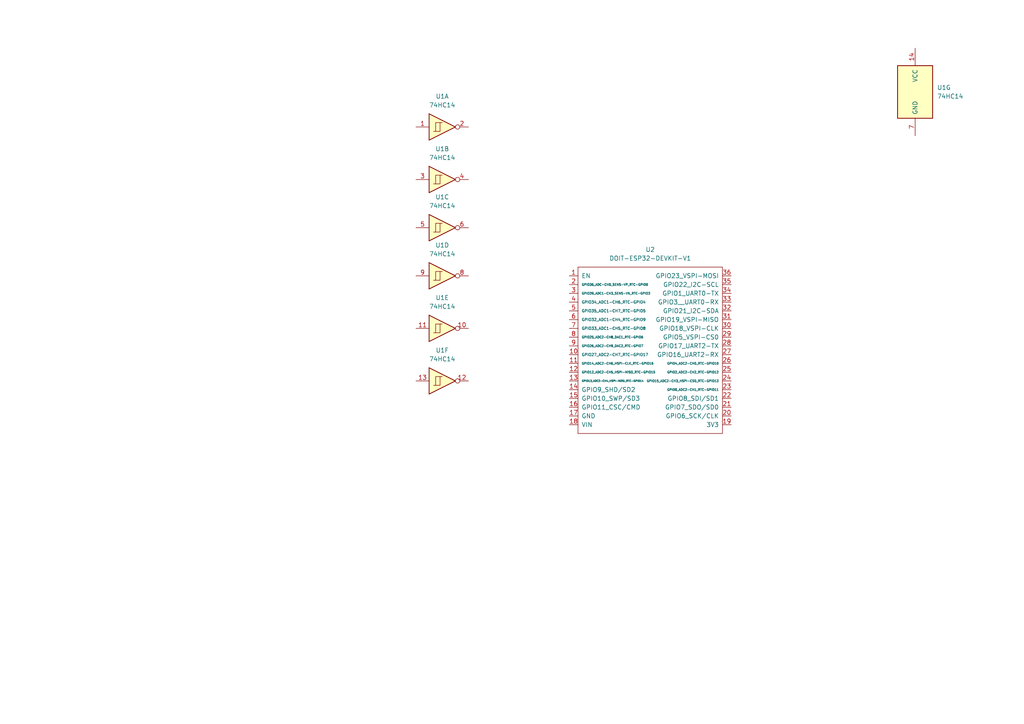
<source format=kicad_sch>
(kicad_sch (version 20230121) (generator eeschema)
  (paper "A4")
  (lib_symbols
    (symbol "74xx:74HC14" (pin_names (offset 1.016))
      (property "Reference" "U" (at 0 1.27 0))
      (property "Value" "74HC14" (at 0 -1.27 0))
      (symbol "74HC14_1_0"
        (polyline (pts (xy -3.81 3.81) (xy -3.81 -3.81) (xy 3.81 0) (xy -3.81 3.81)) (stroke (width 0.254)) (fill (type background)))
        (pin input line (at -7.62 0 0) (length 3.81) (name "~") (number "1"))
        (pin output inverted (at 7.62 0 180) (length 3.81) (name "~") (number "2"))
      )
      (symbol "74HC14_1_1"
        (polyline (pts (xy -1.905 -1.27) (xy -1.905 1.27) (xy -0.635 1.27)))
        (polyline (pts (xy -2.54 -1.27) (xy -0.635 -1.27) (xy -0.635 1.27) (xy 0 1.27)))
      )
      (symbol "74HC14_2_0"
        (polyline (pts (xy -3.81 3.81) (xy -3.81 -3.81) (xy 3.81 0) (xy -3.81 3.81)) (stroke (width 0.254)) (fill (type background)))
        (pin input line (at -7.62 0 0) (length 3.81) (name "~") (number "3"))
        (pin output inverted (at 7.62 0 180) (length 3.81) (name "~") (number "4"))
      )
      (symbol "74HC14_2_1"
        (polyline (pts (xy -1.905 -1.27) (xy -1.905 1.27) (xy -0.635 1.27)))
        (polyline (pts (xy -2.54 -1.27) (xy -0.635 -1.27) (xy -0.635 1.27) (xy 0 1.27)))
      )
      (symbol "74HC14_3_0"
        (polyline (pts (xy -3.81 3.81) (xy -3.81 -3.81) (xy 3.81 0) (xy -3.81 3.81)) (stroke (width 0.254)) (fill (type background)))
        (pin input line (at -7.62 0 0) (length 3.81) (name "~") (number "5"))
        (pin output inverted (at 7.62 0 180) (length 3.81) (name "~") (number "6"))
      )
      (symbol "74HC14_3_1"
        (polyline (pts (xy -1.905 -1.27) (xy -1.905 1.27) (xy -0.635 1.27)))
        (polyline (pts (xy -2.54 -1.27) (xy -0.635 -1.27) (xy -0.635 1.27) (xy 0 1.27)))
      )
      (symbol "74HC14_4_0"
        (polyline (pts (xy -3.81 3.81) (xy -3.81 -3.81) (xy 3.81 0) (xy -3.81 3.81)) (stroke (width 0.254)) (fill (type background)))
        (pin output inverted (at 7.62 0 180) (length 3.81) (name "~") (number "8"))
        (pin input line (at -7.62 0 0) (length 3.81) (name "~") (number "9"))
      )
      (symbol "74HC14_4_1"
        (polyline (pts (xy -1.905 -1.27) (xy -1.905 1.27) (xy -0.635 1.27)))
        (polyline (pts (xy -2.54 -1.27) (xy -0.635 -1.27) (xy -0.635 1.27) (xy 0 1.27)))
      )
      (symbol "74HC14_5_0"
        (polyline (pts (xy -3.81 3.81) (xy -3.81 -3.81) (xy 3.81 0) (xy -3.81 3.81)) (stroke (width 0.254)) (fill (type background)))
        (pin output inverted (at 7.62 0 180) (length 3.81) (name "~") (number "10"))
        (pin input line (at -7.62 0 0) (length 3.81) (name "~") (number "11"))
      )
      (symbol "74HC14_5_1"
        (polyline (pts (xy -1.905 -1.27) (xy -1.905 1.27) (xy -0.635 1.27)))
        (polyline (pts (xy -2.54 -1.27) (xy -0.635 -1.27) (xy -0.635 1.27) (xy 0 1.27)))
      )
      (symbol "74HC14_6_0"
        (polyline (pts (xy -3.81 3.81) (xy -3.81 -3.81) (xy 3.81 0) (xy -3.81 3.81)) (stroke (width 0.254)) (fill (type background)))
        (pin output inverted (at 7.62 0 180) (length 3.81) (name "~") (number "12"))
        (pin input line (at -7.62 0 0) (length 3.81) (name "~") (number "13"))
      )
      (symbol "74HC14_6_1"
        (polyline (pts (xy -1.905 -1.27) (xy -1.905 1.27) (xy -0.635 1.27)))
        (polyline (pts (xy -2.54 -1.27) (xy -0.635 -1.27) (xy -0.635 1.27) (xy 0 1.27)))
      )
      (symbol "74HC14_7_0"
        (pin power_in line (at 0 12.7 270) (length 5.08) (name "VCC") (number "14"))
        (pin power_in line (at 0 -12.7 90) (length 5.08) (name "GND") (number "7"))
      )
      (symbol "74HC14_7_1"
        (rectangle (start -5.08 7.62) (end 5.08 -7.62) (stroke (width 0.254)) (fill (type background)))
      )
    )
    (symbol "ESP32:DOIT-ESP32-DEVKIT-V1" (pin_names (offset 1.016))
      (property "Reference" "U" (at -1.27 11.43 0))
      (property "Value" "DOIT-ESP32-DEVKIT-V1" (at 0 13.97 0))
      (symbol "DOIT-ESP32-DEVKIT-V1_0_1"
        (rectangle (start 20.32 10.16) (end -21.59 -38.1))
      )
      (symbol "DOIT-ESP32-DEVKIT-V1_1_1"
        (pin output line (at -24.13 7.62 0) (length 2.54) (name "EN") (number "1"))
        (pin bidirectional line (at -24.13 -15.24 0) (length 2.54) (name "GPIO27_ADC2-CH7_RTC-GPIO17") (number "10"))
        (pin bidirectional line (at -24.13 -17.78 0) (length 2.54) (name "GPIO14_ADC2-CH6_HSPI-CLK_RTC-GPIO16") (number "11"))
        (pin bidirectional line (at -24.13 -20.32 0) (length 2.54) (name "GPIO12_ADC2-CH5_HSPI-MISO_RTC-GPIO15") (number "12"))
        (pin bidirectional line (at -24.13 -22.86 0) (length 2.54) (name "GPIO13_ADC2-CH4_HSPI-MOSI_RTC-GPIO14") (number "13"))
        (pin unspecified line (at -24.13 -25.4 0) (length 2.54) (name "GPIO9_SHD/SD2") (number "14"))
        (pin unspecified line (at -24.13 -27.94 0) (length 2.54) (name "GPIO10_SWP/SD3") (number "15"))
        (pin unspecified line (at -24.13 -30.48 0) (length 2.54) (name "GPIO11_CSC/CMD") (number "16"))
        (pin bidirectional line (at -24.13 -33.02 0) (length 2.54) (name "GND") (number "17"))
        (pin bidirectional line (at -24.13 -35.56 0) (length 2.54) (name "VIN") (number "18"))
        (pin output line (at 22.86 -35.56 180) (length 2.54) (name "3V3") (number "19"))
        (pin bidirectional line (at -24.13 5.08 0) (length 2.54) (name "GPIO36_ADC-CH0_SENS-VP_RTC-GPIO0") (number "2"))
        (pin unspecified line (at 22.86 -33.02 180) (length 2.54) (name "GPIO6_SCK/CLK") (number "20"))
        (pin unspecified line (at 22.86 -30.48 180) (length 2.54) (name "GPIO7_SDO/SD0") (number "21"))
        (pin unspecified line (at 22.86 -27.94 180) (length 2.54) (name "GPIO8_SDI/SD1") (number "22"))
        (pin bidirectional line (at 22.86 -25.4 180) (length 2.54) (name "GPIO0_ADC2-CH1_RTC-GPIO11") (number "23"))
        (pin bidirectional line (at 22.86 -22.86 180) (length 2.54) (name "GPIO15_ADC2-CH3_HSPI-CS0_RTC-GPIO13") (number "24"))
        (pin bidirectional line (at 22.86 -20.32 180) (length 2.54) (name "GPIO2_ADC2-CH2_RTC-GPIO12") (number "25"))
        (pin bidirectional line (at 22.86 -17.78 180) (length 2.54) (name "GPIO4_ADC2-CH0_RTC-GPIO10") (number "26"))
        (pin bidirectional line (at 22.86 -15.24 180) (length 2.54) (name "GPIO16_UART2-RX") (number "27"))
        (pin bidirectional line (at 22.86 -12.7 180) (length 2.54) (name "GPIO17_UART2-TX") (number "28"))
        (pin bidirectional line (at 22.86 -10.16 180) (length 2.54) (name "GPIO5_VSPI-CS0") (number "29"))
        (pin bidirectional line (at -24.13 2.54 0) (length 2.54) (name "GPIO39_ADC1-CH3_SENS-VN_RTC-GPIO3") (number "3"))
        (pin bidirectional line (at 22.86 -7.62 180) (length 2.54) (name "GPIO18_VSPI-CLK") (number "30"))
        (pin bidirectional line (at 22.86 -5.08 180) (length 2.54) (name "GPIO19_VSPI-MISO") (number "31"))
        (pin bidirectional line (at 22.86 -2.54 180) (length 2.54) (name "GPIO21_I2C-SDA") (number "32"))
        (pin bidirectional line (at 22.86 0 180) (length 2.54) (name "GPIO3__UART0-RX") (number "33"))
        (pin bidirectional line (at 22.86 2.54 180) (length 2.54) (name "GPIO1_UART0-TX") (number "34"))
        (pin bidirectional line (at 22.86 5.08 180) (length 2.54) (name "GPIO22_I2C-SCL") (number "35"))
        (pin bidirectional line (at 22.86 7.62 180) (length 2.54) (name "GPIO23_VSPI-MOSI") (number "36"))
        (pin bidirectional line (at -24.13 0 0) (length 2.54) (name "GPIO34_ADC1-CH6_RTC-GPIO4") (number "4"))
        (pin bidirectional line (at -24.13 -2.54 0) (length 2.54) (name "GPIO35_ADC1-CH7_RTC-GPIO5") (number "5"))
        (pin bidirectional line (at -24.13 -5.08 0) (length 2.54) (name "GPIO32_ADC1-CH4_RTC-GPIO9") (number "6"))
        (pin bidirectional line (at -24.13 -7.62 0) (length 2.54) (name "GPIO33_ADC1-CH5_RTC-GPIO8") (number "7"))
        (pin bidirectional line (at -24.13 -10.16 0) (length 2.54) (name "GPIO25_ADC2-CH8_DAC1_RTC-GPIO6") (number "8"))
        (pin bidirectional line (at -24.13 -12.7 0) (length 2.54) (name "GPIO26_ADC2-CH9_DAC2_RTC-GPIO7") (number "9"))
      )
    )
  )
  (symbol (lib_id "74xx:74HC14") (at 128.27 80.01 0) (unit 4)
    (property "Reference" "U1" (at 128.27 71.12 0))
    (property "Value" "74HC14" (at 128.27 73.66 0))
    (property "Footprint" "Package_DIP:DIP-14_W7.62mm" (effects hide))
    (property "Datasheet" "http://www.ti.com/lit/gpn/sn74HC14" (effects hide))
  )
  (symbol (lib_id "74xx:74HC14") (at 128.27 52.07 0) (unit 2)
    (property "Reference" "U1" (at 128.27 43.18 0))
    (property "Value" "74HC14" (at 128.27 45.72 0))
    (property "Footprint" "Package_DIP:DIP-14_W7.62mm" (effects hide))
    (property "Datasheet" "http://www.ti.com/lit/gpn/sn74HC14" (effects hide))
  )
  (symbol (lib_id "74xx:74HC14") (at 128.27 95.25 0) (unit 5)
    (property "Reference" "U1" (at 128.27 86.36 0))
    (property "Value" "74HC14" (at 128.27 88.9 0))
    (property "Footprint" "Package_DIP:DIP-14_W7.62mm" (effects hide))
    (property "Datasheet" "http://www.ti.com/lit/gpn/sn74HC14" (effects hide))
  )
  (symbol (lib_id "74xx:74HC14") (at 265.43 26.67 0) (unit 7)
    (property "Reference" "U1" (at 271.78 25.4 0) (effects (justify left)))
    (property "Value" "74HC14" (at 271.78 27.94 0) (effects (justify left)))
    (property "Footprint" "Package_DIP:DIP-14_W7.62mm" (effects hide))
    (property "Datasheet" "http://www.ti.com/lit/gpn/sn74HC14" (effects hide))
  )
  (symbol (lib_id "74xx:74HC14") (at 128.27 36.83 0) (unit 1)
    (property "Reference" "U1" (at 128.27 27.94 0))
    (property "Value" "74HC14" (at 128.27 30.48 0))
    (property "Footprint" "Package_DIP:DIP-14_W7.62mm" (effects hide))
    (property "Datasheet" "http://www.ti.com/lit/gpn/sn74HC14" (effects hide))
  )
  (symbol (lib_id "74xx:74HC14") (at 128.27 66.04 0) (unit 3)
    (property "Reference" "U1" (at 128.27 57.15 0))
    (property "Value" "74HC14" (at 128.27 59.69 0))
    (property "Footprint" "Package_DIP:DIP-14_W7.62mm" (effects hide))
    (property "Datasheet" "http://www.ti.com/lit/gpn/sn74HC14" (effects hide))
  )
  (symbol (lib_id "74xx:74HC14") (at 128.27 110.49 0) (unit 6)
    (property "Reference" "U1" (at 128.27 101.6 0))
    (property "Value" "74HC14" (at 128.27 104.14 0))
    (property "Footprint" "Package_DIP:DIP-14_W7.62mm" (effects hide))
    (property "Datasheet" "http://www.ti.com/lit/gpn/sn74HC14" (effects hide))
  )
  (symbol (lib_id "ESP32:DOIT-ESP32-DEVKIT-V1") (at 189.23 87.63 0) (unit 1)
    (property "Reference" "U2" (at 188.595 72.39 0))
    (property "Value" "DOIT-ESP32-DEVKIT-V1" (at 188.595 74.93 0))
    (property "Footprint" "ESP32:ESP32-DOIT-DEVKIT" (effects hide))
  )
)
</source>
